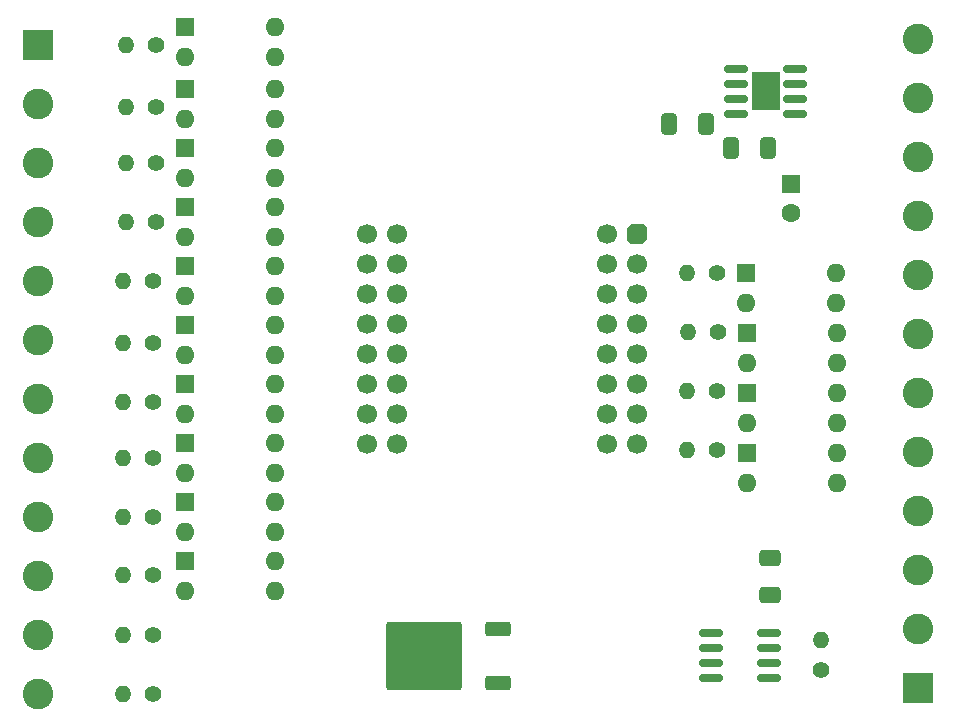
<source format=gbr>
%TF.GenerationSoftware,KiCad,Pcbnew,7.0.6*%
%TF.CreationDate,2023-09-04T23:14:40+02:00*%
%TF.ProjectId,ESP32RIO,45535033-3252-4494-9f2e-6b696361645f,rev?*%
%TF.SameCoordinates,Original*%
%TF.FileFunction,Soldermask,Top*%
%TF.FilePolarity,Negative*%
%FSLAX46Y46*%
G04 Gerber Fmt 4.6, Leading zero omitted, Abs format (unit mm)*
G04 Created by KiCad (PCBNEW 7.0.6) date 2023-09-04 23:14:40*
%MOMM*%
%LPD*%
G01*
G04 APERTURE LIST*
G04 Aperture macros list*
%AMRoundRect*
0 Rectangle with rounded corners*
0 $1 Rounding radius*
0 $2 $3 $4 $5 $6 $7 $8 $9 X,Y pos of 4 corners*
0 Add a 4 corners polygon primitive as box body*
4,1,4,$2,$3,$4,$5,$6,$7,$8,$9,$2,$3,0*
0 Add four circle primitives for the rounded corners*
1,1,$1+$1,$2,$3*
1,1,$1+$1,$4,$5*
1,1,$1+$1,$6,$7*
1,1,$1+$1,$8,$9*
0 Add four rect primitives between the rounded corners*
20,1,$1+$1,$2,$3,$4,$5,0*
20,1,$1+$1,$4,$5,$6,$7,0*
20,1,$1+$1,$6,$7,$8,$9,0*
20,1,$1+$1,$8,$9,$2,$3,0*%
%AMFreePoly0*
4,1,19,-0.850000,0.255000,-0.829726,0.408997,-0.770285,0.552500,-0.675729,0.675729,-0.552500,0.770285,-0.408997,0.829726,-0.255000,0.850000,0.510000,0.850000,0.850000,0.510000,0.850000,-0.255000,0.829726,-0.408997,0.770285,-0.552500,0.675729,-0.675729,0.552500,-0.770285,0.408997,-0.829726,0.255000,-0.850000,-0.510000,-0.850000,-0.850000,-0.510000,-0.850000,0.255000,-0.850000,0.255000,
$1*%
G04 Aperture macros list end*
%ADD10RoundRect,0.250000X0.850000X0.350000X-0.850000X0.350000X-0.850000X-0.350000X0.850000X-0.350000X0*%
%ADD11RoundRect,0.249997X2.950003X2.650003X-2.950003X2.650003X-2.950003X-2.650003X2.950003X-2.650003X0*%
%ADD12C,1.600000*%
%ADD13R,1.600000X1.600000*%
%ADD14O,1.600000X1.600000*%
%ADD15RoundRect,0.150000X-0.825000X-0.150000X0.825000X-0.150000X0.825000X0.150000X-0.825000X0.150000X0*%
%ADD16R,2.410000X3.300000*%
%ADD17C,1.400000*%
%ADD18O,1.400000X1.400000*%
%ADD19R,2.600000X2.600000*%
%ADD20C,2.600000*%
%ADD21RoundRect,0.250000X0.650000X-0.412500X0.650000X0.412500X-0.650000X0.412500X-0.650000X-0.412500X0*%
%ADD22RoundRect,0.250000X0.412500X0.650000X-0.412500X0.650000X-0.412500X-0.650000X0.412500X-0.650000X0*%
%ADD23RoundRect,0.250000X-0.412500X-0.650000X0.412500X-0.650000X0.412500X0.650000X-0.412500X0.650000X0*%
%ADD24FreePoly0,180.000000*%
%ADD25C,1.700000*%
G04 APERTURE END LIST*
D10*
%TO.C,U15*%
X148465000Y-111805000D03*
X148465000Y-107245000D03*
D11*
X142165000Y-109525000D03*
%TD*%
D12*
%TO.C,C4*%
X173250000Y-72000000D03*
D13*
X173250000Y-69500000D03*
%TD*%
%TO.C,U8*%
X121950000Y-91475000D03*
D14*
X121950000Y-94015000D03*
X129570000Y-94015000D03*
X129570000Y-91475000D03*
%TD*%
D15*
%TO.C,U21*%
X168625000Y-59770000D03*
X168625000Y-61040000D03*
X168625000Y-62310000D03*
X168625000Y-63580000D03*
X173575000Y-63580000D03*
X173575000Y-62310000D03*
X173575000Y-61040000D03*
X173575000Y-59770000D03*
D16*
X171100000Y-61675000D03*
%TD*%
D13*
%TO.C,U4*%
X121950000Y-71475000D03*
D14*
X121950000Y-74015000D03*
X129570000Y-74015000D03*
X129570000Y-71475000D03*
%TD*%
D17*
%TO.C,R7*%
X119220000Y-88000000D03*
D18*
X116680000Y-88000000D03*
%TD*%
D17*
%TO.C,R3*%
X119470000Y-67750000D03*
D18*
X116930000Y-67750000D03*
%TD*%
D13*
%TO.C,U1*%
X121950000Y-56225000D03*
D14*
X121950000Y-58765000D03*
X129570000Y-58765000D03*
X129570000Y-56225000D03*
%TD*%
D17*
%TO.C,R11*%
X167002032Y-77102460D03*
D18*
X164462032Y-77102460D03*
%TD*%
D13*
%TO.C,U10*%
X121950000Y-101475000D03*
D14*
X121950000Y-104015000D03*
X129570000Y-104015000D03*
X129570000Y-101475000D03*
%TD*%
D13*
%TO.C,U14*%
X169482032Y-87234126D03*
D14*
X169482032Y-89774126D03*
X177102032Y-89774126D03*
X177102032Y-87234126D03*
%TD*%
D13*
%TO.C,U16*%
X169482032Y-92327459D03*
D14*
X169482032Y-94867459D03*
X177102032Y-94867459D03*
X177102032Y-92327459D03*
%TD*%
D17*
%TO.C,R13*%
X167002032Y-87102460D03*
D18*
X164462032Y-87102460D03*
%TD*%
D17*
%TO.C,R15*%
X175750000Y-110720000D03*
D18*
X175750000Y-108180000D03*
%TD*%
D17*
%TO.C,R6*%
X119220000Y-83000000D03*
D18*
X116680000Y-83000000D03*
%TD*%
D13*
%TO.C,U9*%
X121950000Y-96475000D03*
D14*
X121950000Y-99015000D03*
X129570000Y-99015000D03*
X129570000Y-96475000D03*
%TD*%
D17*
%TO.C,R4*%
X119470000Y-72750000D03*
D18*
X116930000Y-72750000D03*
%TD*%
D17*
%TO.C,R12*%
X167032032Y-82102460D03*
D18*
X164492032Y-82102460D03*
%TD*%
D17*
%TO.C,R9*%
X119220000Y-97750000D03*
D18*
X116680000Y-97750000D03*
%TD*%
D17*
%TO.C,R1*%
X119470000Y-57750000D03*
D18*
X116930000Y-57750000D03*
%TD*%
D17*
%TO.C,R10*%
X119220000Y-102669888D03*
D18*
X116680000Y-102669888D03*
%TD*%
D17*
%TO.C,R8*%
X119220000Y-92750000D03*
D18*
X116680000Y-92750000D03*
%TD*%
D13*
%TO.C,U12*%
X169462032Y-77047460D03*
D14*
X169462032Y-79587460D03*
X177082032Y-79587460D03*
X177082032Y-77047460D03*
%TD*%
D19*
%TO.C,J1*%
X184000000Y-112250000D03*
D20*
X184000000Y-107250000D03*
X184000000Y-102250000D03*
X184000000Y-97250000D03*
X184000000Y-92250000D03*
X184000000Y-87250000D03*
X184000000Y-82250000D03*
X184000000Y-77250000D03*
X184000000Y-72250000D03*
X184000000Y-67250000D03*
X184000000Y-62250000D03*
X184000000Y-57250000D03*
%TD*%
D17*
%TO.C,R17*%
X119220000Y-107750000D03*
D18*
X116680000Y-107750000D03*
%TD*%
D21*
%TO.C,C1*%
X171500000Y-104312500D03*
X171500000Y-101187500D03*
%TD*%
D17*
%TO.C,R2*%
X119470000Y-63000000D03*
D18*
X116930000Y-63000000D03*
%TD*%
D17*
%TO.C,R16*%
X119220000Y-112750000D03*
D18*
X116680000Y-112750000D03*
%TD*%
D13*
%TO.C,U3*%
X121950000Y-66475000D03*
D14*
X121950000Y-69015000D03*
X129570000Y-69015000D03*
X129570000Y-66475000D03*
%TD*%
D22*
%TO.C,C3*%
X166062500Y-64500000D03*
X162937500Y-64500000D03*
%TD*%
D13*
%TO.C,U13*%
X169482032Y-82140793D03*
D14*
X169482032Y-84680793D03*
X177102032Y-84680793D03*
X177102032Y-82140793D03*
%TD*%
D13*
%TO.C,U7*%
X121950000Y-86475000D03*
D14*
X121950000Y-89015000D03*
X129570000Y-89015000D03*
X129570000Y-86475000D03*
%TD*%
D17*
%TO.C,R5*%
X119220000Y-77750000D03*
D18*
X116680000Y-77750000D03*
%TD*%
D13*
%TO.C,U5*%
X121950000Y-76475000D03*
D14*
X121950000Y-79015000D03*
X129570000Y-79015000D03*
X129570000Y-76475000D03*
%TD*%
D15*
%TO.C,U22*%
X166455000Y-107595000D03*
X166455000Y-108865000D03*
X166455000Y-110135000D03*
X166455000Y-111405000D03*
X171405000Y-111405000D03*
X171405000Y-110135000D03*
X171405000Y-108865000D03*
X171405000Y-107595000D03*
%TD*%
D13*
%TO.C,U6*%
X121950000Y-81475000D03*
D14*
X121950000Y-84015000D03*
X129570000Y-84015000D03*
X129570000Y-81475000D03*
%TD*%
D23*
%TO.C,C2*%
X168187500Y-66500000D03*
X171312500Y-66500000D03*
%TD*%
D17*
%TO.C,R14*%
X167002032Y-92102460D03*
D18*
X164462032Y-92102460D03*
%TD*%
D13*
%TO.C,U2*%
X121950000Y-61475000D03*
D14*
X121950000Y-64015000D03*
X129570000Y-64015000D03*
X129570000Y-61475000D03*
%TD*%
D19*
%TO.C,J2*%
X109500000Y-57750000D03*
D20*
X109500000Y-62750000D03*
X109500000Y-67750000D03*
X109500000Y-72750000D03*
X109500000Y-77750000D03*
X109500000Y-82750000D03*
X109500000Y-87750000D03*
X109500000Y-92750000D03*
X109500000Y-97750000D03*
X109500000Y-102750000D03*
X109500000Y-107750000D03*
X109500000Y-112750000D03*
%TD*%
D24*
%TO.C,U11*%
X160162500Y-73805000D03*
D25*
X160162500Y-76345000D03*
X160162500Y-78885000D03*
X160162500Y-81425000D03*
X160162500Y-83965000D03*
X160162500Y-86505000D03*
X160162500Y-89045000D03*
X160162500Y-91585000D03*
X137302500Y-91585000D03*
X137302500Y-89045000D03*
X137302500Y-86505000D03*
X137302500Y-83965000D03*
X137302500Y-81425000D03*
X137302500Y-78885000D03*
X137302500Y-76345000D03*
X137302500Y-73805000D03*
X157622500Y-73805000D03*
X157622500Y-76345000D03*
X157622500Y-78885000D03*
X157622500Y-81425000D03*
X157622500Y-83965000D03*
X157622500Y-86505000D03*
X157622500Y-89045000D03*
X157622500Y-91585000D03*
X139842500Y-91585000D03*
X139842500Y-89045000D03*
X139842500Y-86505000D03*
X139842500Y-83965000D03*
X139842500Y-81425000D03*
X139842500Y-78885000D03*
X139842500Y-76345000D03*
X139842500Y-73805000D03*
%TD*%
M02*

</source>
